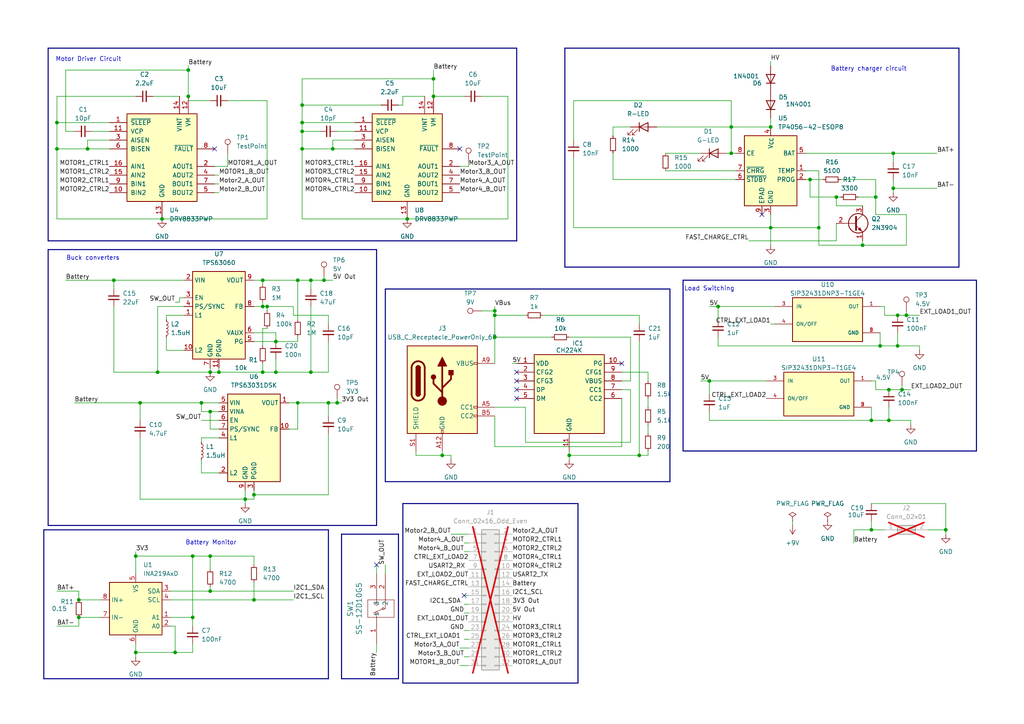
<source format=kicad_sch>
(kicad_sch (version 20250114) (generator "eeschema") (generator_version "9.0")
  (paper "A4")
  (title_block (title "V1") (company "UNIVERSITY OF CAPE TOWN ") (comment 1 "TSWLIL003") (comment 2 "VHDMUH004") (comment 3 "GROUP 33"))
  (text "Load Switching\n" (at 205.74 83.82 0) (effects (font (size 1.27 1.27))))
  (text "Buck converters \n" (at 27.432 74.93 0) (effects (font (size 1.27 1.27))))
  (text "Motor Driver Circuit\n" (at 25.654 17.272 0) (effects (font (size 1.27 1.27))))
  (text "Battery charger circuit\n" (at 251.968 20.066 0) (effects (font (size 1.27 1.27))))
  (text "Battery Monitor\n" (at 61.214 157.48 0) (effects (font (size 1.27 1.27))))
  (junction (at 76.2 81.28))
  (junction (at 55.88 161.29))
  (junction (at 60.96 107.95))
  (junction (at 237.49 66.04))
  (junction (at 16.51 35.56))
  (junction (at 242.57 57.15))
  (junction (at 87.63 35.56))
  (junction (at 16.51 43.18))
  (junction (at 259.08 54.61))
  (junction (at 252.73 153.67))
  (junction (at 45.72 107.95))
  (junction (at 55.88 179.07))
  (junction (at 80.01 99.06))
  (junction (at 274.32 153.67))
  (junction (at 128.27 132.08))
  (junction (at 25.4 43.18))
  (junction (at 96.52 43.18))
  (junction (at 63.5 107.95))
  (junction (at 143.51 90.17))
  (junction (at 257.81 121.92))
  (junction (at 223.52 36.83))
  (junction (at 260.35 91.44))
  (junction (at 87.63 30.48))
  (junction (at 212.09 44.45))
  (junction (at 118.11 63.5))
  (junction (at 71.12 144.78))
  (junction (at 185.42 132.08))
  (junction (at 60.96 161.29))
  (junction (at 46.99 63.5))
  (junction (at 76.2 107.95))
  (junction (at 50.8 189.23))
  (junction (at 54.61 27.94))
  (junction (at 234.95 52.07))
  (junction (at 143.51 91.44))
  (junction (at 165.1 132.08))
  (junction (at 77.47 88.9))
  (junction (at 76.2 88.9))
  (junction (at 97.79 116.84))
  (junction (at 39.37 161.29))
  (junction (at 58.42 116.84))
  (junction (at 255.27 100.33))
  (junction (at 250.19 71.12))
  (junction (at 252.73 121.92))
  (junction (at 60.96 171.45))
  (junction (at 22.86 179.07))
  (junction (at 80.01 107.95))
  (junction (at 93.98 81.28))
  (junction (at 90.17 107.95))
  (junction (at 33.02 81.28))
  (junction (at 73.66 173.99))
  (junction (at 40.64 116.84))
  (junction (at 54.61 20.32))
  (junction (at 60.96 119.38))
  (junction (at 73.66 143.51))
  (junction (at 208.28 88.9))
  (junction (at 261.62 113.03))
  (junction (at 260.35 100.33))
  (junction (at 87.63 38.1))
  (junction (at 95.25 116.84))
  (junction (at 39.37 189.23))
  (junction (at 257.81 113.03))
  (junction (at 86.36 116.84))
  (junction (at 125.73 27.94))
  (junction (at 125.73 22.86))
  (junction (at 223.52 66.04))
  (junction (at 90.17 81.28))
  (junction (at 205.74 110.49))
  (junction (at 87.63 43.18))
  (junction (at 259.08 44.45))
  (junction (at 86.36 81.28))
  (junction (at 22.86 173.99))
  (junction (at 143.51 97.79))
  (junction (at 262.89 91.44))
  (junction (at 254 57.15))
  (junction (at 212.09 36.83))
  (no_connect (at 149.86 113.03))
  (no_connect (at 134.62 172.72))
  (no_connect (at 149.86 110.49))
  (no_connect (at 62.23 43.18))
  (no_connect (at 133.35 43.18))
  (no_connect (at 109.22 163.83))
  (no_connect (at 149.86 115.57))
  (no_connect (at 180.34 105.41))
  (no_connect (at 220.98 62.23))
  (no_connect (at 149.86 107.95))
  (wire (pts (xy 66.04 29.21) (xy 77.47 29.21)))
  (wire (pts (xy 58.42 116.84) (xy 63.5 116.84)))
  (wire (pts (xy 208.28 97.79) (xy 208.28 100.33)))
  (wire (pts (xy 80.01 104.14) (xy 80.01 107.95)))
  (wire (pts (xy 21.59 116.84) (xy 40.64 116.84)))
  (bus (pts (xy 198.12 81.28) (xy 283.21 81.28)))
  (wire (pts (xy 93.98 81.28) (xy 96.52 81.28)))
  (wire (pts (xy 93.98 80.01) (xy 93.98 81.28)))
  (wire (pts (xy 87.63 38.1) (xy 87.63 43.18)))
  (wire (pts (xy 109.22 166.37) (xy 109.22 163.83)))
  (wire (pts (xy 60.96 106.68) (xy 60.96 107.95)))
  (wire (pts (xy 255.27 96.52) (xy 255.27 100.33)))
  (wire (pts (xy 90.17 88.9) (xy 90.17 107.95)))
  (bus (pts (xy 115.57 196.85) (xy 115.57 154.94)))
  (wire (pts (xy 177.8 52.07) (xy 213.36 52.07)))
  (wire (pts (xy 185.42 93.98) (xy 185.42 91.44)))
  (wire (pts (xy 96.52 40.64) (xy 96.52 43.18)))
  (wire (pts (xy 125.73 20.32) (xy 125.73 22.86)))
  (wire (pts (xy 25.4 43.18) (xy 16.51 43.18)))
  (wire (pts (xy 102.87 40.64) (xy 96.52 40.64)))
  (wire (pts (xy 16.51 27.94) (xy 16.51 35.56)))
  (wire (pts (xy 180.34 129.54) (xy 180.34 115.57)))
  (wire (pts (xy 76.2 95.25) (xy 76.2 100.33)))
  (wire (pts (xy 205.74 88.9) (xy 208.28 88.9)))
  (wire (pts (xy 16.51 35.56) (xy 16.51 43.18)))
  (bus (pts (xy 12.7 153.67) (xy 95.25 153.67)))
  (wire (pts (xy 66.04 48.26) (xy 62.23 48.26)))
  (wire (pts (xy 254 113.03) (xy 257.81 113.03)))
  (wire (pts (xy 143.51 118.11) (xy 152.4 118.11)))
  (wire (pts (xy 90.17 81.28) (xy 90.17 83.82)))
  (wire (pts (xy 152.4 118.11) (xy 152.4 128.27)))
  (wire (pts (xy 83.82 116.84) (xy 86.36 116.84)))
  (wire (pts (xy 185.42 91.44) (xy 157.48 91.44)))
  (wire (pts (xy 259.08 44.45) (xy 271.78 44.45)))
  (wire (pts (xy 205.74 114.3) (xy 205.74 110.49)))
  (wire (pts (xy 22.86 179.07) (xy 22.86 181.61)))
  (wire (pts (xy 182.88 36.83) (xy 177.8 36.83)))
  (wire (pts (xy 143.51 97.79) (xy 143.51 105.41)))
  (wire (pts (xy 54.61 29.21) (xy 54.61 27.94)))
  (wire (pts (xy 73.66 142.24) (xy 73.66 143.51)))
  (wire (pts (xy 21.59 38.1) (xy 19.05 38.1)))
  (wire (pts (xy 86.36 81.28) (xy 86.36 92.71)))
  (wire (pts (xy 73.66 173.99) (xy 49.53 173.99)))
  (wire (pts (xy 92.71 38.1) (xy 87.63 38.1)))
  (bus (pts (xy 283.21 81.28) (xy 283.21 130.81)))
  (wire (pts (xy 66.04 44.45) (xy 66.04 48.26)))
  (wire (pts (xy 134.62 185.42) (xy 135.89 185.42)))
  (wire (pts (xy 54.61 19.05) (xy 54.61 20.32)))
  (bus (pts (xy 111.76 139.7) (xy 194.31 139.7)))
  (wire (pts (xy 182.88 128.27) (xy 182.88 113.03)))
  (wire (pts (xy 259.08 54.61) (xy 271.78 54.61)))
  (wire (pts (xy 63.5 119.38) (xy 60.96 119.38)))
  (wire (pts (xy 60.96 161.29) (xy 60.96 165.1)))
  (wire (pts (xy 87.63 22.86) (xy 87.63 30.48)))
  (wire (pts (xy 261.62 113.03) (xy 264.16 113.03)))
  (wire (pts (xy 185.42 99.06) (xy 185.42 132.08)))
  (wire (pts (xy 77.47 88.9) (xy 85.09 88.9)))
  (wire (pts (xy 90.17 107.95) (xy 95.25 107.95)))
  (wire (pts (xy 52.07 86.36) (xy 53.34 86.36)))
  (wire (pts (xy 212.09 44.45) (xy 213.36 44.45)))
  (bus (pts (xy 149.86 13.97) (xy 13.97 13.97)))
  (wire (pts (xy 116.84 27.94) (xy 123.19 27.94)))
  (bus (pts (xy 116.84 198.12) (xy 116.84 146.05)))
  (wire (pts (xy 76.2 81.28) (xy 76.2 82.55)))
  (wire (pts (xy 252.73 146.05) (xy 274.32 146.05)))
  (wire (pts (xy 80.01 96.52) (xy 80.01 99.06)))
  (wire (pts (xy 143.51 91.44) (xy 152.4 91.44)))
  (wire (pts (xy 259.08 52.07) (xy 259.08 54.61)))
  (wire (pts (xy 73.66 81.28) (xy 76.2 81.28)))
  (wire (pts (xy 87.63 35.56) (xy 87.63 38.1)))
  (wire (pts (xy 31.75 35.56) (xy 16.51 35.56)))
  (wire (pts (xy 109.22 189.23) (xy 109.22 186.69)))
  (wire (pts (xy 212.09 36.83) (xy 212.09 44.45)))
  (wire (pts (xy 185.42 132.08) (xy 187.96 132.08)))
  (wire (pts (xy 44.45 27.94) (xy 52.07 27.94)))
  (wire (pts (xy 257.81 121.92) (xy 264.16 121.92)))
  (bus (pts (xy 99.06 196.85) (xy 115.57 196.85)))
  (bus (pts (xy 115.57 154.94) (xy 99.06 154.94)))
  (wire (pts (xy 86.36 124.46) (xy 86.36 116.84)))
  (wire (pts (xy 262.89 62.23) (xy 262.89 71.12)))
  (wire (pts (xy 212.09 36.83) (xy 223.52 36.83)))
  (wire (pts (xy 233.68 52.07) (xy 234.95 52.07)))
  (wire (pts (xy 87.63 30.48) (xy 110.49 30.48)))
  (wire (pts (xy 85.09 88.9) (xy 85.09 91.44)))
  (wire (pts (xy 147.32 63.5) (xy 118.11 63.5)))
  (wire (pts (xy 85.09 91.44) (xy 95.25 91.44)))
  (wire (pts (xy 152.4 128.27) (xy 182.88 128.27)))
  (wire (pts (xy 73.66 143.51) (xy 73.66 144.78)))
  (wire (pts (xy 262.89 91.44) (xy 266.7 91.44)))
  (wire (pts (xy 55.88 179.07) (xy 55.88 161.29)))
  (wire (pts (xy 255.27 100.33) (xy 260.35 100.33)))
  (wire (pts (xy 139.7 27.94) (xy 147.32 27.94)))
  (wire (pts (xy 39.37 161.29) (xy 39.37 166.37)))
  (wire (pts (xy 135.89 48.26) (xy 133.35 48.26)))
  (wire (pts (xy 33.02 81.28) (xy 33.02 83.82)))
  (wire (pts (xy 134.62 175.26) (xy 135.89 175.26)))
  (wire (pts (xy 134.62 172.72) (xy 135.89 172.72)))
  (wire (pts (xy 40.64 127) (xy 40.64 144.78)))
  (wire (pts (xy 269.24 153.67) (xy 274.32 153.67)))
  (wire (pts (xy 55.88 161.29) (xy 60.96 161.29)))
  (wire (pts (xy 55.88 186.69) (xy 55.88 189.23)))
  (wire (pts (xy 266.7 100.33) (xy 266.7 101.6)))
  (wire (pts (xy 128.27 132.08) (xy 120.65 132.08)))
  (wire (pts (xy 187.96 123.19) (xy 187.96 125.73)))
  (wire (pts (xy 111.76 163.83) (xy 111.76 166.37)))
  (wire (pts (xy 139.7 90.17) (xy 143.51 90.17)))
  (wire (pts (xy 71.12 144.78) (xy 71.12 146.05)))
  (wire (pts (xy 39.37 186.69) (xy 39.37 189.23)))
  (wire (pts (xy 118.11 63.5) (xy 87.63 63.5)))
  (wire (pts (xy 50.8 181.61) (xy 50.8 189.23)))
  (wire (pts (xy 274.32 153.67) (xy 274.32 154.94)))
  (wire (pts (xy 247.65 153.67) (xy 247.65 157.48)))
  (wire (pts (xy 223.52 62.23) (xy 223.52 66.04)))
  (bus (pts (xy 194.31 83.82) (xy 111.76 83.82)))
  (wire (pts (xy 40.64 116.84) (xy 40.64 121.92)))
  (bus (pts (xy 167.64 146.05) (xy 167.64 198.12)))
  (wire (pts (xy 134.62 177.8) (xy 135.89 177.8)))
  (wire (pts (xy 133.35 187.96) (xy 135.89 187.96)))
  (wire (pts (xy 223.52 93.98) (xy 224.79 93.98)))
  (wire (pts (xy 134.62 190.5) (xy 135.89 190.5)))
  (wire (pts (xy 46.99 63.5) (xy 16.51 63.5)))
  (wire (pts (xy 252.73 110.49) (xy 254 110.49)))
  (wire (pts (xy 252.73 118.11) (xy 252.73 121.92)))
  (wire (pts (xy 274.32 146.05) (xy 274.32 153.67)))
  (wire (pts (xy 208.28 92.71) (xy 208.28 88.9)))
  (wire (pts (xy 212.09 29.21) (xy 166.37 29.21)))
  (wire (pts (xy 63.5 55.88) (xy 62.23 55.88)))
  (wire (pts (xy 45.72 88.9) (xy 45.72 107.95)))
  (wire (pts (xy 77.47 29.21) (xy 77.47 63.5)))
  (wire (pts (xy 234.95 57.15) (xy 234.95 52.07)))
  (wire (pts (xy 177.8 44.45) (xy 177.8 52.07)))
  (wire (pts (xy 60.96 171.45) (xy 85.09 171.45)))
  (wire (pts (xy 165.1 97.79) (xy 182.88 97.79)))
  (wire (pts (xy 182.88 110.49) (xy 182.88 97.79)))
  (wire (pts (xy 165.1 132.08) (xy 165.1 133.35)))
  (wire (pts (xy 143.51 90.17) (xy 143.51 91.44)))
  (wire (pts (xy 165.1 132.08) (xy 185.42 132.08)))
  (wire (pts (xy 133.35 193.04) (xy 135.89 193.04)))
  (wire (pts (xy 166.37 66.04) (xy 223.52 66.04)))
  (wire (pts (xy 259.08 54.61) (xy 259.08 55.88)))
  (wire (pts (xy 187.96 115.57) (xy 187.96 118.11)))
  (wire (pts (xy 262.89 62.23) (xy 254 62.23)))
  (wire (pts (xy 125.73 22.86) (xy 125.73 27.94)))
  (wire (pts (xy 205.74 119.38) (xy 205.74 121.92)))
  (wire (pts (xy 95.25 143.51) (xy 73.66 143.51)))
  (wire (pts (xy 180.34 107.95) (xy 187.96 107.95)))
  (wire (pts (xy 242.57 59.69) (xy 250.19 59.69)))
  (wire (pts (xy 116.84 30.48) (xy 116.84 27.94)))
  (wire (pts (xy 39.37 161.29) (xy 55.88 161.29)))
  (wire (pts (xy 256.54 91.44) (xy 260.35 91.44)))
  (bus (pts (xy 13.97 72.39) (xy 109.22 72.39)))
  (bus (pts (xy 278.13 13.97) (xy 278.13 77.47)))
  (wire (pts (xy 203.2 110.49) (xy 205.74 110.49)))
  (wire (pts (xy 54.61 29.21) (xy 60.96 29.21)))
  (wire (pts (xy 63.5 106.68) (xy 63.5 107.95)))
  (wire (pts (xy 120.65 130.81) (xy 120.65 132.08)))
  (wire (pts (xy 143.51 129.54) (xy 180.34 129.54)))
  (wire (pts (xy 16.51 171.45) (xy 22.86 171.45)))
  (wire (pts (xy 242.57 64.77) (xy 242.57 69.85)))
  (wire (pts (xy 73.66 96.52) (xy 80.01 96.52)))
  (wire (pts (xy 233.68 44.45) (xy 259.08 44.45)))
  (wire (pts (xy 134.62 157.48) (xy 135.89 157.48)))
  (wire (pts (xy 40.64 144.78) (xy 71.12 144.78)))
  (wire (pts (xy 71.12 142.24) (xy 71.12 144.78)))
  (wire (pts (xy 143.51 97.79) (xy 160.02 97.79)))
  (wire (pts (xy 63.5 137.16) (xy 58.42 137.16)))
  (wire (pts (xy 237.49 66.04) (xy 223.52 66.04)))
  (wire (pts (xy 54.61 20.32) (xy 54.61 27.94)))
  (wire (pts (xy 260.35 96.52) (xy 260.35 100.33)))
  (wire (pts (xy 243.84 57.15) (xy 242.57 57.15)))
  (wire (pts (xy 205.74 110.49) (xy 222.25 110.49)))
  (wire (pts (xy 187.96 107.95) (xy 187.96 110.49)))
  (bus (pts (xy 111.76 83.82) (xy 111.76 139.7)))
  (wire (pts (xy 193.04 49.53) (xy 213.36 49.53)))
  (wire (pts (xy 95.25 116.84) (xy 95.25 120.65)))
  (wire (pts (xy 248.92 57.15) (xy 254 57.15)))
  (wire (pts (xy 260.35 91.44) (xy 262.89 91.44)))
  (wire (pts (xy 102.87 43.18) (xy 96.52 43.18)))
  (wire (pts (xy 229.87 152.4) (xy 229.87 151.13)))
  (wire (pts (xy 87.63 22.86) (xy 125.73 22.86)))
  (wire (pts (xy 52.07 87.63) (xy 52.07 86.36)))
  (wire (pts (xy 60.96 161.29) (xy 73.66 161.29)))
  (bus (pts (xy 109.22 152.4) (xy 13.97 152.4)))
  (wire (pts (xy 250.19 71.12) (xy 262.89 71.12)))
  (wire (pts (xy 259.08 44.45) (xy 259.08 46.99)))
  (wire (pts (xy 212.09 36.83) (xy 212.09 29.21)))
  (bus (pts (xy 99.06 154.94) (xy 99.06 196.85)))
  (wire (pts (xy 19.05 81.28) (xy 33.02 81.28)))
  (wire (pts (xy 130.81 154.94) (xy 135.89 154.94)))
  (wire (pts (xy 31.75 40.64) (xy 25.4 40.64)))
  (wire (pts (xy 63.5 50.8) (xy 62.23 50.8)))
  (wire (pts (xy 243.84 52.07) (xy 254 52.07)))
  (wire (pts (xy 50.8 189.23) (xy 55.88 189.23)))
  (wire (pts (xy 130.81 132.08) (xy 128.27 132.08)))
  (bus (pts (xy 163.83 13.97) (xy 278.13 13.97)))
  (bus (pts (xy 149.86 13.97) (xy 149.86 69.85)))
  (bus (pts (xy 95.25 153.67) (xy 95.25 196.85)))
  (wire (pts (xy 234.95 52.07) (xy 238.76 52.07)))
  (wire (pts (xy 257.81 113.03) (xy 261.62 113.03)))
  (wire (pts (xy 16.51 181.61) (xy 22.86 181.61)))
  (wire (pts (xy 102.87 38.1) (xy 97.79 38.1)))
  (wire (pts (xy 134.62 160.02) (xy 135.89 160.02)))
  (wire (pts (xy 19.05 20.32) (xy 54.61 20.32)))
  (wire (pts (xy 86.36 81.28) (xy 90.17 81.28)))
  (wire (pts (xy 237.49 49.53) (xy 237.49 66.04)))
  (wire (pts (xy 182.88 113.03) (xy 180.34 113.03)))
  (bus (pts (xy 116.84 146.05) (xy 167.64 146.05)))
  (wire (pts (xy 73.66 99.06) (xy 80.01 99.06)))
  (wire (pts (xy 242.57 57.15) (xy 234.95 57.15)))
  (wire (pts (xy 256.54 88.9) (xy 256.54 91.44)))
  (wire (pts (xy 208.28 88.9) (xy 224.79 88.9)))
  (wire (pts (xy 87.63 30.48) (xy 87.63 35.56)))
  (wire (pts (xy 95.25 91.44) (xy 95.25 93.98)))
  (wire (pts (xy 254 62.23) (xy 254 57.15)))
  (wire (pts (xy 77.47 88.9) (xy 77.47 90.17)))
  (bus (pts (xy 13.97 69.85) (xy 149.86 69.85)))
  (wire (pts (xy 73.66 161.29) (xy 73.66 163.83)))
  (wire (pts (xy 45.72 107.95) (xy 60.96 107.95)))
  (wire (pts (xy 73.66 144.78) (xy 71.12 144.78)))
  (wire (pts (xy 252.73 153.67) (xy 247.65 153.67)))
  (wire (pts (xy 16.51 43.18) (xy 16.51 63.5)))
  (wire (pts (xy 128.27 130.81) (xy 128.27 132.08)))
  (bus (pts (xy 13.97 152.4) (xy 13.97 72.39)))
  (wire (pts (xy 58.42 127) (xy 58.42 128.27)))
  (wire (pts (xy 193.04 44.45) (xy 203.2 44.45)))
  (wire (pts (xy 48.26 101.6) (xy 48.26 97.79)))
  (wire (pts (xy 73.66 88.9) (xy 76.2 88.9)))
  (wire (pts (xy 180.34 110.49) (xy 182.88 110.49)))
  (wire (pts (xy 223.52 66.04) (xy 223.52 71.12)))
  (wire (pts (xy 40.64 116.84) (xy 58.42 116.84)))
  (wire (pts (xy 148.59 105.41) (xy 149.86 105.41)))
  (wire (pts (xy 130.81 132.08) (xy 130.81 133.35)))
  (wire (pts (xy 76.2 81.28) (xy 86.36 81.28)))
  (wire (pts (xy 39.37 190.5) (xy 39.37 189.23)))
  (wire (pts (xy 252.73 151.13) (xy 252.73 153.67)))
  (wire (pts (xy 147.32 27.94) (xy 147.32 63.5)))
  (wire (pts (xy 80.01 99.06) (xy 86.36 99.06)))
  (bus (pts (xy 278.13 77.47) (xy 163.83 77.47)))
  (wire (pts (xy 49.53 181.61) (xy 50.8 181.61)))
  (wire (pts (xy 134.62 182.88) (xy 135.89 182.88)))
  (bus (pts (xy 13.97 13.97) (xy 13.97 69.85)))
  (wire (pts (xy 233.68 49.53) (xy 237.49 49.53)))
  (wire (pts (xy 80.01 107.95) (xy 90.17 107.95)))
  (wire (pts (xy 60.96 107.95) (xy 63.5 107.95)))
  (wire (pts (xy 143.51 88.9) (xy 143.51 90.17)))
  (bus (pts (xy 109.22 72.39) (xy 109.22 152.4)))
  (bus (pts (xy 194.31 139.7) (xy 194.31 83.82)))
  (wire (pts (xy 217.17 69.85) (xy 242.57 69.85)))
  (wire (pts (xy 83.82 124.46) (xy 86.36 124.46)))
  (wire (pts (xy 102.87 35.56) (xy 87.63 35.56)))
  (wire (pts (xy 60.96 124.46) (xy 60.96 119.38)))
  (wire (pts (xy 261.62 111.76) (xy 261.62 113.03)))
  (wire (pts (xy 254 52.07) (xy 254 57.15)))
  (wire (pts (xy 58.42 119.38) (xy 58.42 116.84)))
  (wire (pts (xy 63.5 121.92) (xy 58.42 121.92)))
  (wire (pts (xy 19.05 20.32) (xy 19.05 38.1)))
  (wire (pts (xy 63.5 127) (xy 58.42 127)))
  (wire (pts (xy 97.79 116.84) (xy 99.06 116.84)))
  (wire (pts (xy 63.5 53.34) (xy 62.23 53.34)))
  (wire (pts (xy 252.73 153.67) (xy 256.54 153.67)))
  (wire (pts (xy 262.89 90.17) (xy 262.89 91.44)))
  (wire (pts (xy 73.66 168.91) (xy 73.66 173.99)))
  (wire (pts (xy 76.2 107.95) (xy 80.01 107.95)))
  (wire (pts (xy 166.37 45.72) (xy 166.37 66.04)))
  (wire (pts (xy 60.96 119.38) (xy 58.42 119.38)))
  (wire (pts (xy 250.19 69.85) (xy 250.19 71.12)))
  (wire (pts (xy 60.96 170.18) (xy 60.96 171.45)))
  (wire (pts (xy 76.2 95.25) (xy 77.47 95.25)))
  (wire (pts (xy 135.89 46.99) (xy 135.89 48.26)))
  (wire (pts (xy 53.34 91.44) (xy 48.26 91.44)))
  (wire (pts (xy 210.82 44.45) (xy 212.09 44.45)))
  (wire (pts (xy 264.16 121.92) (xy 264.16 123.19)))
  (wire (pts (xy 97.79 115.57) (xy 97.79 116.84)))
  (wire (pts (xy 143.51 120.65) (xy 143.51 129.54)))
  (bus (pts (xy 116.84 198.12) (xy 167.64 198.12)))
  (bus (pts (xy 95.25 196.85) (xy 12.7 196.85)))
  (wire (pts (xy 25.4 40.64) (xy 25.4 43.18)))
  (wire (pts (xy 86.36 97.79) (xy 86.36 99.06)))
  (wire (pts (xy 237.49 71.12) (xy 237.49 66.04)))
  (wire (pts (xy 255.27 88.9) (xy 256.54 88.9)))
  (wire (pts (xy 254 110.49) (xy 254 113.03)))
  (wire (pts (xy 250.19 71.12) (xy 237.49 71.12)))
  (wire (pts (xy 50.8 87.63) (xy 52.07 87.63)))
  (wire (pts (xy 95.25 125.73) (xy 95.25 143.51)))
  (wire (pts (xy 95.25 99.06) (xy 95.25 107.95)))
  (wire (pts (xy 205.74 121.92) (xy 252.73 121.92)))
  (wire (pts (xy 73.66 173.99) (xy 85.09 173.99)))
  (wire (pts (xy 90.17 81.28) (xy 93.98 81.28)))
  (bus (pts (xy 283.21 130.81) (xy 198.12 130.81)))
  (wire (pts (xy 190.5 36.83) (xy 212.09 36.83)))
  (wire (pts (xy 260.35 100.33) (xy 266.7 100.33)))
  (wire (pts (xy 53.34 101.6) (xy 48.26 101.6)))
  (wire (pts (xy 257.81 118.11) (xy 257.81 121.92)))
  (wire (pts (xy 165.1 130.81) (xy 165.1 132.08)))
  (wire (pts (xy 77.47 63.5) (xy 46.99 63.5)))
  (wire (pts (xy 39.37 189.23) (xy 50.8 189.23)))
  (wire (pts (xy 31.75 43.18) (xy 25.4 43.18)))
  (wire (pts (xy 143.51 91.44) (xy 143.51 97.79)))
  (wire (pts (xy 96.52 43.18) (xy 87.63 43.18)))
  (wire (pts (xy 76.2 105.41) (xy 76.2 107.95)))
  (wire (pts (xy 58.42 137.16) (xy 58.42 133.35)))
  (wire (pts (xy 33.02 107.95) (xy 45.72 107.95)))
  (wire (pts (xy 223.52 17.78) (xy 223.52 19.05)))
  (wire (pts (xy 177.8 36.83) (xy 177.8 39.37)))
  (wire (pts (xy 48.26 91.44) (xy 48.26 92.71)))
  (wire (pts (xy 166.37 29.21) (xy 166.37 40.64)))
  (wire (pts (xy 55.88 179.07) (xy 49.53 179.07)))
  (wire (pts (xy 252.73 121.92) (xy 257.81 121.92)))
  (bus (pts (xy 12.7 196.85) (xy 12.7 153.67)))
  (wire (pts (xy 86.36 116.84) (xy 95.25 116.84)))
  (wire (pts (xy 76.2 88.9) (xy 77.47 88.9)))
  (wire (pts (xy 115.57 30.48) (xy 116.84 30.48)))
  (bus (pts (xy 163.83 13.97) (xy 163.83 77.47)))
  (wire (pts (xy 31.75 38.1) (xy 26.67 38.1)))
  (wire (pts (xy 16.51 27.94) (xy 39.37 27.94)))
  (wire (pts (xy 60.96 171.45) (xy 49.53 171.45)))
  (wire (pts (xy 22.86 179.07) (xy 29.21 179.07)))
  (bus (pts (xy 198.12 130.81) (xy 198.12 81.28)))
  (wire (pts (xy 33.02 88.9) (xy 33.02 107.95)))
  (wire (pts (xy 55.88 181.61) (xy 55.88 179.07)))
  (wire (pts (xy 22.86 173.99) (xy 22.86 171.45)))
  (wire (pts (xy 95.25 116.84) (xy 97.79 116.84)))
  (wire (pts (xy 63.5 124.46) (xy 60.96 124.46)))
  (wire (pts (xy 187.96 130.81) (xy 187.96 132.08)))
  (wire (pts (xy 33.02 81.28) (xy 53.34 81.28)))
  (wire (pts (xy 125.73 27.94) (xy 134.62 27.94)))
  (wire (pts (xy 22.86 173.99) (xy 29.21 173.99)))
  (wire (pts (xy 242.57 57.15) (xy 242.57 59.69)))
  (wire (pts (xy 39.37 160.02) (xy 39.37 161.29)))
  (wire (pts (xy 53.34 88.9) (xy 45.72 88.9)))
  (wire (pts (xy 223.52 34.29) (xy 223.52 36.83)))
  (wire (pts (xy 63.5 107.95) (xy 76.2 107.95)))
  (wire (pts (xy 76.2 87.63) (xy 76.2 88.9)))
  (wire (pts (xy 208.28 100.33) (xy 255.27 100.33)))
  (wire (pts (xy 87.63 43.18) (xy 87.63 63.5)))
  (label "EXT_LOAD1_OUT" (at 266.7 91.44 0))
  (label "MOTOR1_B_OUT" (at 63.5 50.8 0))
  (label "FAST_CHARGE_CTRL" (at 135.89 170.18 180))
  (label "BAT+" (at 271.78 44.45 0))
  (label "MOTOR4_CTRL2" (at 148.59 165.1 0))
  (label "MOTOR4_CTRL2" (at 102.87 55.88 180))
  (label "MOTOR1_B_OUT" (at 133.35 193.04 180))
  (label "CTRL_EXT_LOAD1" (at 223.52 93.98 180))
  (label "HV" (at 223.52 17.78 0))
  (label "5V" (at 205.74 88.9 0))
  (label "VBus" (at 143.51 88.9 0))
  (label "Motor3_A_OUT" (at 133.35 187.96 180))
  (label "3V3 Out" (at 148.59 175.26 0))
  (label "GND" (at 134.62 177.8 180))
  (label "Battery" (at 109.22 189.23 270))
  (label "CTRL_EXT_LOAD2" (at 222.25 115.57 180))
  (label "MOTOR1_CTRL1" (at 31.75 48.26 180))
  (label "BAT-" (at 16.51 181.61 0))
  (label "BAT+" (at 16.51 171.45 0))
  (label "HV" (at 148.59 180.34 0))
  (label "5V Out" (at 96.52 81.28 0))
  (label "CTRL_EXT_LOAD2" (at 135.89 162.56 180))
  (label "I2C1_SCL " (at 148.59 172.72 0))
  (label "I2C1_SCL" (at 85.09 173.99 0))
  (label "MOTOR3_CTRL1" (at 102.87 48.26 180))
  (label "Battery" (at 125.73 20.32 0))
  (label "Battery" (at 247.65 157.48 0))
  (label "3V3 Out" (at 99.06 116.84 0))
  (label "Motor3_B_OUT" (at 134.62 190.5 180))
  (label "CTRL_EXT_LOAD1 " (at 134.62 185.42 180))
  (label "5V Out" (at 148.59 177.8 0))
  (label "SW_OUT" (at 50.8 87.63 180))
  (label "SW_OUT" (at 111.76 163.83 90))
  (label "5V" (at 148.59 105.41 0))
  (label "I2C1_SDA" (at 85.09 171.45 0))
  (label "MOTOR1_CTRL1" (at 148.59 187.96 0))
  (label "Motor2_A_OUT" (at 63.5 53.34 0))
  (label "SW_OUT" (at 58.42 121.92 180))
  (label "5V" (at 203.2 110.49 0))
  (label "Battery" (at 54.61 19.05 0))
  (label "I2C1_SDA " (at 134.62 175.26 180))
  (label "MOTOR2_CTRL2" (at 148.59 160.02 0))
  (label "EXT_LOAD1_OUT" (at 135.89 180.34 180))
  (label "Motor4_B_OUT" (at 134.62 160.02 180))
  (label "MOTOR3_CTRL2" (at 102.87 50.8 180))
  (label "MOTOR2_CTRL1" (at 148.59 157.48 0))
  (label "GND" (at 134.62 182.88 180))
  (label "Battery" (at 148.59 170.18 0))
  (label "MOTOR1_CTRL2" (at 31.75 50.8 180))
  (label "Motor3_A_OUT" (at 135.89 48.26 0))
  (label "MOTOR2_CTRL1" (at 31.75 53.34 180))
  (label "MOTOR1_A_OUT" (at 148.59 193.04 0))
  (label "Motor4_A_OUT" (at 134.62 157.48 180))
  (label "MOTOR4_CTRL1" (at 102.87 53.34 180))
  (label "MOTOR4_CTRL1" (at 148.59 162.56 0))
  (label "USART2_TX " (at 148.59 167.64 0))
  (label "MOTOR2_CTRL2" (at 31.75 55.88 180))
  (label "EXT_LOAD2_OUT" (at 264.16 113.03 0))
  (label "EXT_LOAD2_OUT" (at 135.89 167.64 180))
  (label "MOTOR3_CTRL1" (at 148.59 182.88 0))
  (label "Motor4_A_OUT" (at 133.35 53.34 0))
  (label "Motor4_B_OUT" (at 133.35 55.88 0))
  (label "BAT-" (at 271.78 54.61 0))
  (label "Motor2_B_OUT" (at 130.81 154.94 180))
  (label "MOTOR3_CTRL2" (at 148.59 185.42 0))
  (label "FAST_CHARGE_CTRL" (at 217.17 69.85 180))
  (label "USART2_RX " (at 135.89 165.1 180))
  (label "Battery" (at 21.59 116.84 0))
  (label "Motor2_A_OUT" (at 148.59 154.94 0))
  (label "Motor2_B_OUT" (at 63.5 55.88 0))
  (label "3V3" (at 39.37 160.02 0))
  (label "Motor3_B_OUT" (at 133.35 50.8 0))
  (label "MOTOR1_A_OUT" (at 66.04 48.26 0))
  (label "MOTOR1_CTRL2" (at 148.59 190.5 0))
  (label "Battery" (at 19.05 81.28 0))
  (symbol (lib_id "Regulator_Switching:TPS63060") (at 63.5 91.44 0) (unit 1)
    (property "Reference" "U7" (at 63.5 73.66 0))
    (property "Value" "TPS63060" (at 63.5 76.2 0))
    (property "Footprint" "Package_SON:Texas_S-PWSON-N10" (effects (hide yes)))
    (property "Datasheet" "http://www.ti.com/lit/ds/symlink/tps63060.pdf" (effects (hide yes)))
    (property "Description" "Buck-Boost Converter, 2.5-12V Input Voltage, 2-A Switch Current, Adjustable 2.5-8V Output Voltage, S-PWSON-N10" (effects (hide yes)))
    (property "LCSC" "C48567" (effects (hide yes)))
  )
  (symbol (lib_id "Device:R_Small") (at 162.56 97.79 90) (unit 1)
    (property "Reference" "R6" (at 162.56 92.71 90))
    (property "Value" "10k" (at 162.56 95.25 90))
    (property "Footprint" "Resistor_SMD:R_0805_2012Metric_Pad1.20x1.40mm_HandSolder" (effects (hide yes)))
    (property "Description" "Resistor, small symbol" (effects (hide yes)))
  )
  (symbol (lib_id "Device:C_Small") (at 95.25 96.52 0) (unit 1)
    (property "Reference" "C16" (at 97.79 95.2562 0) (effects (justify left)))
    (property "Value" "10pF" (at 97.79 97.7962 0) (effects (justify left)))
    (property "Footprint" "Capacitor_SMD:C_0603_1608Metric_Pad1.08x0.95mm_HandSolder" (effects (hide yes)))
    (property "Description" "Unpolarized capacitor, small symbol" (effects (hide yes)))
    (property "LCSC" "C1634" (effects (hide yes)))
  )
  (symbol (lib_id "Device:R_Small") (at 154.94 91.44 90) (unit 1)
    (property "Reference" "R7" (at 154.94 86.36 90))
    (property "Value" "1k" (at 154.94 88.9 90))
    (property "Footprint" "Resistor_SMD:R_1206_3216Metric_Pad1.30x1.75mm_HandSolder" (effects (hide yes)))
    (property "Description" "Resistor, small symbol" (effects (hide yes)))
    (property "LCSC" "C4410" (effects (hide yes)))
  )
  (symbol (lib_id "power:GND") (at 130.81 133.35 0) (unit 1)
    (property "Reference" "#PWR01" (effects (hide yes)))
    (property "Value" "GND" (at 130.81 138.43 0))
    (property "Description" "Power symbol creates a global label with name \"GND\" , ground" (effects (hide yes)))
  )
  (symbol (lib_id "power:GND") (at 118.11 63.5 0) (unit 1)
    (property "Reference" "#PWR06" (effects (hide yes)))
    (property "Value" "GND" (at 118.11 68.58 0))
    (property "Description" "Power symbol creates a global label with name \"GND\" , ground" (effects (hide yes)))
  )
  (symbol (lib_id "power:GND") (at 264.16 123.19 0) (unit 1)
    (property "Reference" "#PWR08" (effects (hide yes)))
    (property "Value" "GND" (at 264.16 128.27 0))
    (property "Description" "Power symbol creates a global label with name \"GND\" , ground" (effects (hide yes)))
  )
  (symbol (lib_id "Driver_Motor:DRV8833PWP") (at 118.11 45.72 0) (unit 1)
    (property "Reference" "U8" (at 120.2533 60.96 0) (effects (justify left)))
    (property "Value" "DRV8833PWP" (at 120.2533 63.5 0) (effects (justify left)))
    (property "Footprint" "Package_SO:TSSOP-16-1EP_4.4x5mm_P0.65mm_EP3x3mm" (effects (hide yes)))
    (property "Datasheet" "http://www.ti.com/lit/ds/symlink/drv8833.pdf" (effects (hide yes)))
    (property "Description" "Dual H-Bridge Motor Driver, HTSSOP-16" (effects (hide yes)))
    (property "LCSC" "C50506" (effects (hide yes)))
  )
  (symbol (lib_id "Device:R_Small") (at 73.66 166.37 0) (unit 1)
    (property "Reference" "R13" (at 76.2 165.0999 0) (effects (justify left)))
    (property "Value" "4700" (at 76.2 167.6399 0) (effects (justify left)))
    (property "Footprint" "Capacitor_SMD:C_0805_2012Metric_Pad1.18x1.45mm_HandSolder" (effects (hide yes)))
    (property "Description" "Resistor, small symbol" (effects (hide yes)))
    (property "LCSC" "C17673" (effects (hide yes)))
  )
  (symbol (lib_id "power:GND") (at 274.32 154.94 0) (unit 1)
    (property "Reference" "#PWR012" (effects (hide yes)))
    (property "Value" "GND" (at 274.32 160.02 0))
    (property "Description" "Power symbol creates a global label with name \"GND\" , ground" (effects (hide yes)))
  )
  (symbol (lib_id "SIP32431DNP3-T1GE4:SIP32431DNP3-T1GE4") (at 237.49 113.03 0) (unit 1)
    (property "Reference" "U11" (at 237.49 104.14 0))
    (property "Value" "SIP32431DNP3-T1GE4" (at 237.49 106.68 0))
    (property "Footprint" "LibraryEEE3088F:SON50P120X160X60-5N" (effects (hide yes)))
    (property "MF" "Vishay Siliconix" (effects (hide yes)))
    (property "MAXIMUM_PACKAGE_HEIGHT" "0.6mm" (effects (hide yes)))
    (property "Package" "UFDFN-4 Vishay Siliconix" (effects (hide yes)))
    (property "Price" "None" (effects (hide yes)))
    (property "Check_prices" "https://www.snapeda.com/parts/SIP32431DNP3-T1GE4/Vishay/view-part/?ref=eda" (effects (hide yes)))
    (property "STANDARD" "IPC-7351B" (effects (hide yes)))
    (property "PARTREV" "Rev F" (effects (hide yes)))
    (property "SnapEDA_Link" "https://www.snapeda.com/parts/SIP32431DNP3-T1GE4/Vishay/view-part/?ref=snap" (effects (hide yes)))
    (property "MP" "SIP32431DNP3-T1GE4" (effects (hide yes)))
    (property "Description_1" "Power Switch/Driver 1:1 P-Channel 1.4A 4-TDFN (1.2x1.6)" (effects (hide yes)))
    (property "Availability" "In Stock" (effects (hide yes)))
    (property "MANUFACTURER" "Vishay Siliconix" (effects (hide yes)))
    (property "LCSC" "C727398" (effects (hide yes)))
  )
  (symbol (lib_id "Device:L_Small") (at 58.42 130.81 0) (unit 1)
    (property "Reference" "L1" (at 59.69 129.5399 0) (effects (justify left)))
    (property "Value" "1.5uH" (at 59.69 132.0799 0) (effects (justify left)))
    (property "Footprint" "Inductor_SMD:L_0402_1005Metric_Pad0.77x0.64mm_HandSolder" (effects (hide yes)))
    (property "Description" "Inductor, small symbol" (effects (hide yes)))
    (property "LCSC" "C84470" (effects (hide yes)))
  )
  (symbol (lib_id "CH224K:CH224K") (at 149.86 105.41 0) (unit 1)
    (property "Reference" "IC1" (at 167.64 99.568 0))
    (property "Value" "CH224K" (at 165.1 101.6 0))
    (property "Footprint" "LibraryEEE3088F:SOP100P600X180-11N" (effects (hide yes)))
    (property "Datasheet" "https://datasheet.lcsc.com/lcsc/2204251615_WCH-Jiangsu-Qin-Heng-CH224K_C970725.pdf" (effects (hide yes)))
    (property "Description" "ESSOP-10 USB ICs ROHS" (effects (hide yes)))
    (property "Height" "1.8" (effects (hide yes)))
    (property "Manufacturer_Name" "WCH" (effects (hide yes)))
    (property "Manufacturer_Part_Number" "CH224K" (effects (hide yes)))
    (property "LCSC" "C970725" (effects (hide yes)))
  )
  (symbol (lib_id "Device:C_Small") (at 63.5 29.21 90) (unit 1)
    (property "Reference" "C3" (at 63.5063 22.86 90))
    (property "Value" "10uF" (at 63.5063 25.4 90))
    (property "Footprint" "Capacitor_Tantalum_SMD:CP_EIA-3216-18_Kemet-A_Pad1.58x1.35mm_HandSolder" (effects (hide yes)))
    (property "Description" "Unpolarized capacitor, small symbol" (effects (hide yes)))
    (property "LCSC" "C7171" (effects (hide yes)))
  )
  (symbol (lib_id "Device:C_Small") (at 185.42 96.52 0) (unit 1)
    (property "Reference" "C21" (at 187.96 95.2562 0) (effects (justify left)))
    (property "Value" "1uF" (at 187.96 97.7962 0) (effects (justify left)))
    (property "Footprint" "Capacitor_SMD:C_1206_3216Metric_Pad1.33x1.80mm_HandSolder" (effects (hide yes)))
    (property "Description" "Unpolarized capacitor, small symbol" (effects (hide yes)))
  )
  (symbol (lib_id "Device:R_Small") (at 76.2 102.87 0) (unit 1)
    (property "Reference" "R1" (at 72.136 104.394 0) (effects (justify left)))
    (property "Value" "10k" (at 68.072 106.68 0) (effects (justify left)))
    (property "Footprint" "Resistor_SMD:R_0805_2012Metric_Pad1.20x1.40mm_HandSolder" (effects (hide yes)))
    (property "Description" "Resistor, small symbol" (effects (hide yes)))
    (property "LCSC" "C17414" (effects (hide yes)))
  )
  (symbol (lib_id "Device:C_Small") (at 257.81 115.57 0) (unit 1)
    (property "Reference" "C14" (at 260.35 114.3062 0) (effects (justify left)))
    (property "Value" "100nF" (at 260.35 116.8462 0) (effects (justify left)))
    (property "Footprint" "Capacitor_SMD:C_0402_1005Metric_Pad0.74x0.62mm_HandSolder" (effects (hide yes)))
    (property "Description" "Unpolarized capacitor, small symbol" (effects (hide yes)))
    (property "LCSC" "C1525" (effects (hide yes)))
  )
  (symbol (lib_id "Device:C_Small") (at 260.35 93.98 0) (unit 1)
    (property "Reference" "C11" (at 262.89 92.7162 0) (effects (justify left)))
    (property "Value" "100nF" (at 262.89 95.2562 0) (effects (justify left)))
    (property "Footprint" "Capacitor_SMD:C_0402_1005Metric_Pad0.74x0.62mm_HandSolder" (effects (hide yes)))
    (property "Description" "Unpolarized capacitor, small symbol" (effects (hide yes)))
    (property "LCSC" "C1525" (effects (hide yes)))
  )
  (symbol (lib_id "Device:C_Small") (at 205.74 116.84 0) (unit 1)
    (property "Reference" "C13" (at 208.28 115.5762 0) (effects (justify left)))
    (property "Value" "1uF" (at 208.28 118.1162 0) (effects (justify left)))
    (property "Footprint" "Capacitor_SMD:C_1206_3216Metric_Pad1.33x1.80mm_HandSolder" (effects (hide yes)))
    (property "Description" "Unpolarized capacitor, small symbol" (effects (hide yes)))
    (property "LCSC" "C1848" (effects (hide yes)))
  )
  (symbol (lib_id "Connector:TestPoint") (at 93.98 80.01 0) (unit 1)
    (property "Reference" "TP6" (at 96.52 75.4379 0) (effects (justify left)))
    (property "Value" "5V" (at 96.52 77.9779 0) (effects (justify left)))
    (property "Footprint" "TestPoint:TestPoint_Pad_2.5x2.5mm" (effects (hide yes)))
    (property "Description" "test point" (effects (hide yes)))
  )
  (symbol (lib_id "Transistor_BJT:2N3904") (at 247.65 64.77 0) (unit 1)
    (property "Reference" "Q2" (at 252.73 63.4999 0) (effects (justify left)))
    (property "Value" "2N3904" (at 252.73 66.0399 0) (effects (justify left)))
    (property "Footprint" "Package_TO_SOT_SMD:SOT-23" (effects (hide yes)))
    (property "Datasheet" "https://www.onsemi.com/pub/Collateral/2N3903-D.PDF" (effects (hide yes)))
    (property "Description" "0.2A Ic, 40V Vce, Small Signal NPN Transistor, TO-92" (effects (hide yes)))
    (property "LCSC" "C18536" (effects (hide yes)))
  )
  (symbol (lib_id "power:GND") (at 259.08 55.88 0) (unit 1)
    (property "Reference" "#PWR015" (effects (hide yes)))
    (property "Value" "GND" (at 259.08 60.96 0))
    (property "Description" "Power symbol creates a global label with name \"GND\" , ground" (effects (hide yes)))
  )
  (symbol (lib_id "SIP32431DNP3-T1GE4:SIP32431DNP3-T1GE4") (at 240.03 91.44 0) (unit 1)
    (property "Reference" "U10" (at 240.03 82.55 0))
    (property "Value" "SIP32431DNP3-T1GE4" (at 240.03 85.09 0))
    (property "Footprint" "LibraryEEE3088F:SON50P120X160X60-5N" (effects (hide yes)))
    (property "MF" "Vishay Siliconix" (effects (hide yes)))
    (property "MAXIMUM_PACKAGE_HEIGHT" "0.6mm" (effects (hide yes)))
    (property "Package" "UFDFN-4 Vishay Siliconix" (effects (hide yes)))
    (property "Price" "None" (effects (hide yes)))
    (property "Check_prices" "https://www.snapeda.com/parts/SIP32431DNP3-T1GE4/Vishay/view-part/?ref=eda" (effects (hide yes)))
    (property "STANDARD" "IPC-7351B" (effects (hide yes)))
    (property "PARTREV" "Rev F" (effects (hide yes)))
    (property "SnapEDA_Link" "https://www.snapeda.com/parts/SIP32431DNP3-T1GE4/Vishay/view-part/?ref=snap" (effects (hide yes)))
    (property "MP" "SIP32431DNP3-T1GE4" (effects (hide yes)))
    (property "Description_1" "Power Switch/Driver 1:1 P-Channel 1.4A 4-TDFN (1.2x1.6)" (effects (hide yes)))
    (property "Availability" "In Stock" (effects (hide yes)))
    (property "MANUFACTURER" "Vishay Siliconix" (effects (hide yes)))
    (property "LCSC" "C727398" (effects (hide yes)))
  )
  (symbol (lib_id "Regulator_Switching:TPS63031DSK") (at 73.66 127 0) (unit 1)
    (property "Reference" "U6" (at 73.66 109.22 0))
    (property "Value" "TPS63031DSK" (at 73.66 111.76 0))
    (property "Footprint" "Package_SON:WSON-10-1EP_2.5x2.5mm_P0.5mm_EP1.2x2mm" (effects (hide yes)))
    (property "Datasheet" "http://www.ti.com/lit/ds/symlink/tps63031.pdf" (effects (hide yes)))
    (property "Description" "Buck-Boost Converter, 1.8-5.5V Input Voltage, 1A Switch Current, 3.3V Output Voltage, VSON-10 (DSK0010A)" (effects (hide yes)))
    (property "LCSC" "C15516" (effects (hide yes)))
  )
  (symbol (lib_id "Device:R_Small") (at 86.36 95.25 0) (unit 1)
    (property "Reference" "R2" (at 88.9 93.9799 0) (effects (justify left)))
    (property "Value" "1M" (at 88.9 96.5199 0) (effects (justify left)))
    (property "Footprint" "Resistor_SMD:R_0805_2012Metric_Pad1.20x1.40mm_HandSolder" (effects (hide yes)))
    (property "Description" "Resistor, small symbol" (effects (hide yes)))
    (property "LCSC" "C17514" (effects (hide yes)))
  )
  (symbol (lib_id "power:GND") (at 240.03 151.13 0) (unit 1)
    (property "Reference" "#PWR011" (effects (hide yes)))
    (property "Value" "GND" (at 240.03 156.21 0))
    (property "Description" "Power symbol creates a global label with name \"GND\" , ground" (effects (hide yes)))
  )
  (symbol (lib_id "Sensor_Energy:INA219AxD") (at 39.37 176.53 0) (unit 1)
    (property "Reference" "U1" (at 41.5133 163.83 0) (effects (justify left)))
    (property "Value" "INA219AxD" (at 41.5133 166.37 0) (effects (justify left)))
    (property "Footprint" "Package_SO:SOIC-8_3.9x4.9mm_P1.27mm" (effects (hide yes)))
    (property "Datasheet" "http://www.ti.com/lit/ds/symlink/ina219.pdf" (effects (hide yes)))
    (property "Description" "Zero-Drift, Bidirectional Current/Power Monitor (0-26V) With I2C Interface, SOIC-8" (effects (hide yes)))
    (property "LCSC" "C87469" (effects (hide yes)))
  )
  (symbol (lib_id "power:GND") (at 223.52 71.12 0) (unit 1)
    (property "Reference" "#PWR09" (effects (hide yes)))
    (property "Value" "GND" (at 223.52 76.2 0))
    (property "Description" "Power symbol creates a global label with name \"GND\" , ground" (effects (hide yes)))
  )
  (symbol (lib_id "Connector:TestPoint") (at 139.7 90.17 90) (unit 1)
    (property "Reference" "TP7" (at 136.398 85.09 90))
    (property "Value" "9V" (at 136.398 87.63 90))
    (property "Footprint" "TestPoint:TestPoint_Pad_2.5x2.5mm" (effects (hide yes)))
    (property "Description" "test point" (effects (hide yes)))
  )
  (symbol (lib_id "power:GND") (at 39.37 190.5 0) (unit 1)
    (property "Reference" "#PWR02" (effects (hide yes)))
    (property "Value" "GND" (at 39.37 195.58 0))
    (property "Description" "Power symbol creates a global label with name \"GND\" , ground" (effects (hide yes)))
  )
  (symbol (lib_id "Device:C_Small") (at 166.37 43.18 0) (unit 1)
    (property "Reference" "C8" (at 168.91 41.9162 0) (effects (justify left)))
    (property "Value" "10nF" (at 168.91 44.4562 0) (effects (justify left)))
    (property "Footprint" "Capacitor_SMD:C_0805_2012Metric_Pad1.18x1.45mm_HandSolder" (effects (hide yes)))
    (property "Description" "Unpolarized capacitor, small symbol" (effects (hide yes)))
    (property "LCSC" "C1710" (effects (hide yes)))
  )
  (symbol (lib_id "power:GND") (at 46.99 63.5 0) (unit 1)
    (property "Reference" "#PWR07" (effects (hide yes)))
    (property "Value" "GND" (at 46.99 68.58 0))
    (property "Description" "Power symbol creates a global label with name \"GND\" , ground" (effects (hide yes)))
  )
  (symbol (lib_id "Driver_Motor:DRV8833PWP") (at 46.99 45.72 0) (unit 1)
    (property "Reference" "U4" (at 49.1333 60.96 0) (effects (justify left)))
    (property "Value" "DRV8833PWP" (at 49.1333 63.5 0) (effects (justify left)))
    (property "Footprint" "Package_SO:TSSOP-16-1EP_4.4x5mm_P0.65mm_EP3x3mm_ThermalVias" (effects (hide yes)))
    (property "Datasheet" "http://www.ti.com/lit/ds/symlink/drv8833.pdf" (effects (hide yes)))
    (property "Description" "Dual H-Bridge Motor Driver, HTSSOP-16" (effects (hide yes)))
    (property "LCSC" "C50506" (effects (hide yes)))
  )
  (symbol (lib_id "Device:R_Small") (at 193.04 46.99 0) (unit 1)
    (property "Reference" "R15" (at 195.58 45.7199 0) (effects (justify left)))
    (property "Value" "1000" (at 195.58 48.2599 0) (effects (justify left)))
    (property "Footprint" "Resistor_SMD:R_1206_3216Metric_Pad1.30x1.75mm_HandSolder" (effects (hide yes)))
    (property "Description" "Resistor, small symbol" (effects (hide yes)))
    (property "LCSC" "C4410" (effects (hide yes)))
  )
  (symbol (lib_id "Device:C_Small") (at 41.91 27.94 90) (unit 1)
    (property "Reference" "C2" (at 41.9163 21.59 90))
    (property "Value" "2.2uF" (at 41.9163 24.13 90))
    (property "Footprint" "Capacitor_SMD:C_0402_1005Metric_Pad0.74x0.62mm_HandSolder" (effects (hide yes)))
    (property "Description" "Unpolarized capacitor, small symbol" (effects (hide yes)))
    (property "LCSC" "C12530" (effects (hide yes)))
  )
  (symbol (lib_id "Device:C_Small") (at 252.73 148.59 0) (unit 1)
    (property "Reference" "C19" (at 246.634 147.32 0) (effects (justify left)))
    (property "Value" "10uF" (at 245.872 149.352 0) (effects (justify left)))
    (property "Footprint" "Capacitor_Tantalum_SMD:CP_EIA-3216-10_Kemet-I_Pad1.58x1.35mm_HandSolder" (effects (hide yes)))
    (property "Description" "Unpolarized capacitor, small symbol" (effects (hide yes)))
    (property "LCSC" "C149670" (effects (hide yes)))
  )
  (symbol (lib_id "Device:C_Small") (at 24.13 38.1 270) (unit 1)
    (property "Reference" "C1" (at 24.1236 31.75 90))
    (property "Value" "10pF" (at 24.1236 34.29 90))
    (property "Footprint" "Capacitor_SMD:C_0603_1608Metric_Pad1.08x0.95mm_HandSolder" (effects (hide yes)))
    (property "Description" "Unpolarized capacitor, small symbol" (effects (hide yes)))
    (property "LCSC" "C1634" (effects (hide yes)))
  )
  (symbol (lib_id "Device:C_Small") (at 259.08 49.53 0) (unit 1)
    (property "Reference" "C17" (at 261.62 48.2662 0) (effects (justify left)))
    (property "Value" "10nF" (at 261.62 50.8062 0) (effects (justify left)))
    (property "Footprint" "Capacitor_SMD:C_0805_2012Metric_Pad1.18x1.45mm_HandSolder" (effects (hide yes)))
    (property "Description" "Unpolarized capacitor, small symbol" (effects (hide yes)))
    (property "LCSC" "C1710" (effects (hide yes)))
  )
  (symbol (lib_id "Device:C_Small") (at 208.28 95.25 0) (unit 1)
    (property "Reference" "C12" (at 210.82 93.9862 0) (effects (justify left)))
    (property "Value" "1uF" (at 210.82 96.5262 0) (effects (justify left)))
    (property "Footprint" "Capacitor_SMD:C_1206_3216Metric_Pad1.33x1.80mm_HandSolder" (effects (hide yes)))
    (property "Description" "Unpolarized capacitor, small symbol" (effects (hide yes)))
    (property "LCSC" "C1848" (effects (hide yes)))
  )
  (symbol (lib_id "Device:L_Small") (at 48.26 95.25 0) (unit 1)
    (property "Reference" "L2" (at 49.53 93.9799 0) (effects (justify left)))
    (property "Value" "1.5uH" (at 49.53 96.5199 0) (effects (justify left)))
    (property "Footprint" "Inductor_SMD:L_0402_1005Metric_Pad0.77x0.64mm_HandSolder" (effects (hide yes)))
    (property "Description" "Inductor, small symbol" (effects (hide yes)))
    (property "LCSC" "C84470" (effects (hide yes)))
  )
  (symbol (lib_id "Device:R_Small") (at 60.96 167.64 0) (unit 1)
    (property "Reference" "R12" (at 63.5 166.3699 0) (effects (justify left)))
    (property "Value" "4700" (at 63.5 168.9099 0) (effects (justify left)))
    (property "Footprint" "Capacitor_SMD:C_0805_2012Metric_Pad1.18x1.45mm_HandSolder" (effects (hide yes)))
    (property "Description" "Resistor, small symbol" (effects (hide yes)))
    (property "LCSC" "C17673" (effects (hide yes)))
  )
  (symbol (lib_id "Diode:1N4001") (at 223.52 22.86 90) (unit 1)
    (property "Reference" "D6" (at 220.98 24.1301 90) (effects (justify left)))
    (property "Value" "1N4001" (at 220.218 22.098 90) (effects (justify left)))
    (property "Footprint" "Diode_THT:D_DO-41_SOD81_P10.16mm_Horizontal" (effects (hide yes)))
    (property "Datasheet" "http://www.vishay.com/docs/88503/1n4001.pdf" (effects (hide yes)))
    (property "Description" "50V 1A General Purpose Rectifier Diode, DO-41" (effects (hide yes)))
    (property "Sim.Device" "D" (effects (hide yes)))
    (property "Sim.Pins" "1=K 2=A" (effects (hide yes)))
  )
  (symbol (lib_id "Device:C_Small") (at 33.02 86.36 0) (unit 1)
    (property "Reference" "C15" (at 35.56 85.0962 0) (effects (justify left)))
    (property "Value" "22uF" (at 35.56 87.6362 0) (effects (justify left)))
    (property "Footprint" "Capacitor_SMD:C_1206_3216Metric_Pad1.33x1.80mm_HandSolder" (effects (hide yes)))
    (property "Description" "Unpolarized capacitor, small symbol" (effects (hide yes)))
    (property "LCSC" "C12891" (effects (hide yes)))
  )
  (symbol (lib_id "Connector:USB_C_Receptacle_PowerOnly_6P") (at 128.27 113.03 0) (unit 1)
    (property "Reference" "J3" (at 128.27 95.25 0))
    (property "Value" "USB_C_Receptacle_PowerOnly_6P" (at 128.27 97.79 0))
    (property "Footprint" "Connector_USB:USB_C_Receptacle_GCT_USB4125-xx-x-0190_6P_TopMnt_Horizontal" (effects (hide yes)))
    (property "Datasheet" "https://www.usb.org/sites/default/files/documents/usb_type-c.zip" (effects (hide yes)))
    (property "Description" "USB Power-Only 6P Type-C Receptacle connector" (effects (hide yes)))
    (property "LCSC" "C168701" (effects (hide yes)))
  )
  (symbol (lib_id "power:GND") (at 165.1 133.35 0) (unit 1)
    (property "Reference" "#PWR013" (effects (hide yes)))
    (property "Value" "GND" (at 165.1 138.43 0))
    (property "Description" "Power symbol creates a global label with name \"GND\" , ground" (effects (hide yes)))
  )
  (symbol (lib_id "Device:C_Small") (at 40.64 124.46 0) (unit 1)
    (property "Reference" "C10" (at 43.18 123.1962 0) (effects (justify left)))
    (property "Value" "4.7uF" (at 43.18 125.7362 0) (effects (justify left)))
    (property "Footprint" "Capacitor_SMD:C_0805_2012Metric_Pad1.18x1.45mm_HandSolder" (effects (hide yes)))
    (property "Description" "Unpolarized capacitor, small symbol" (effects (hide yes)))
    (property "LCSC" "C1779" (effects (hide yes)))
  )
  (symbol (lib_id "Device:R_Small") (at 187.96 120.65 0) (unit 1)
    (property "Reference" "R5" (at 190.5 119.3799 0) (effects (justify left)))
    (property "Value" "5.1k" (at 190.5 121.9199 0) (effects (justify left)))
    (property "Footprint" "Resistor_SMD:R_0201_0603Metric_Pad0.64x0.40mm_HandSolder" (effects (hide yes)))
    (property "Description" "Resistor, small symbol" (effects (hide yes)))
    (property "LCSC" "C23186" (effects (hide yes)))
  )
  (symbol (lib_id "Diode:1N4001") (at 223.52 30.48 90) (unit 1)
    (property "Reference" "D5" (at 225.806 28.194 90) (effects (justify right)))
    (property "Value" "1N4001" (at 227.838 30.226 90) (effects (justify right)))
    (property "Footprint" "Diode_THT:D_DO-41_SOD81_P10.16mm_Horizontal" (effects (hide yes)))
    (property "Datasheet" "http://www.vishay.com/docs/88503/1n4001.pdf" (effects (hide yes)))
    (property "Description" "50V 1A General Purpose Rectifier Diode, DO-41" (effects (hide yes)))
    (property "Sim.Device" "D" (effects (hide yes)))
    (property "Sim.Pins" "1=K 2=A" (effects (hide yes)))
  )
  (symbol (lib_id "Device:R_Small") (at 76.2 85.09 0) (unit 1)
    (property "Reference" "R3" (at 78.74 83.8199 0) (effects (justify left)))
    (property "Value" "1M" (at 78.74 86.3599 0) (effects (justify left)))
    (property "Footprint" "Resistor_SMD:R_0805_2012Metric_Pad1.20x1.40mm_HandSolder" (effects (hide yes)))
    (property "Description" "Resistor, small symbol" (effects (hide yes)))
    (property "LCSC" "C17514" (effects (hide yes)))
  )
  (symbol (lib_id "Connector:TestPoint") (at 66.04 44.45 0) (unit 1)
    (property "Reference" "TP1" (at 68.58 39.8779 0) (effects (justify left)))
    (property "Value" "TestPoint" (at 68.58 42.4179 0) (effects (justify left)))
    (property "Footprint" "TestPoint:TestPoint_Pad_2.5x2.5mm" (effects (hide yes)))
    (property "Description" "test point" (effects (hide yes)))
  )
  (symbol (lib_id "Connector:TestPoint") (at 262.89 90.17 0) (unit 1)
    (property "Reference" "TP3" (at 265.43 85.5979 0) (effects (justify left)))
    (property "Value" "4.5V" (at 265.43 88.1379 0) (effects (justify left)))
    (property "Footprint" "TestPoint:TestPoint_Pad_2.5x2.5mm" (effects (hide yes)))
    (property "Description" "test point" (effects (hide yes)))
  )
  (symbol (lib_id "Device:C_Small") (at 113.03 30.48 90) (unit 1)
    (property "Reference" "C5" (at 113.0363 24.13 90))
    (property "Value" "2.2uF" (at 113.0363 26.67 90))
    (property "Footprint" "Capacitor_SMD:C_0402_1005Metric_Pad0.74x0.62mm_HandSolder" (effects (hide yes)))
    (property "Description" "Unpolarized capacitor, small symbol" (effects (hide yes)))
  )
  (symbol (lib_id "Device:LED") (at 207.01 44.45 0) (unit 1)
    (property "Reference" "D1" (at 205.4225 38.1 0))
    (property "Value" "G-LED" (at 205.4225 40.64 0))
    (property "Footprint" "LED_SMD:LED_0603_1608Metric_Pad1.05x0.95mm_HandSolder" (effects (hide yes)))
    (property "Description" "Light emitting diode" (effects (hide yes)))
    (property "Sim.Pins" "1=K 2=A" (effects (hide yes)))
    (property "LCSC" "C2286" (effects (hide yes)))
  )
  (symbol (lib_id "Device:C_Small") (at 95.25 38.1 270) (unit 1)
    (property "Reference" "C4" (at 95.2436 31.75 90))
    (property "Value" "10pF" (at 95.2436 34.29 90))
    (property "Footprint" "Capacitor_SMD:C_0603_1608Metric_Pad1.08x0.95mm_HandSolder" (effects (hide yes)))
    (property "Description" "Unpolarized capacitor, small symbol" (effects (hide yes)))
    (property "LCSC" "C1634" (effects (hide yes)))
  )
  (symbol (lib_id "Device:R_Small") (at 241.3 52.07 90) (unit 1)
    (property "Reference" "R16" (at 241.3 46.99 90))
    (property "Value" "5100" (at 241.3 49.53 90))
    (property "Footprint" "Resistor_SMD:R_0603_1608Metric_Pad0.98x0.95mm_HandSolder" (effects (hide yes)))
    (property "Description" "Resistor, small symbol" (effects (hide yes)))
    (property "LCSC" "C23186" (effects (hide yes)))
  )
  (symbol (lib_id "power:PWR_FLAG") (at 240.03 151.13 0) (unit 1)
    (property "Reference" "#FLG02" (effects (hide yes)))
    (property "Value" "PWR_FLAG" (at 240.03 146.05 0))
    (property "Description" "Special symbol for telling ERC where power comes from" (effects (hide yes)))
  )
  (symbol (lib_id "Device:R_Small") (at 187.96 113.03 0) (unit 1)
    (property "Reference" "R8" (at 190.5 111.7599 0) (effects (justify left)))
    (property "Value" "1.5k" (at 190.5 114.2999 0) (effects (justify left)))
    (property "Footprint" "Resistor_SMD:R_0805_2012Metric_Pad1.20x1.40mm_HandSolder" (effects (hide yes)))
    (property "Description" "Resistor, small symbol" (effects (hide yes)))
    (property "LCSC" "C4310" (effects (hide yes)))
  )
  (symbol (lib_id "Device:C_Small") (at 90.17 86.36 0) (unit 1)
    (property "Reference" "C18" (at 92.71 85.0962 0) (effects (justify left)))
    (property "Value" "47uF" (at 92.71 87.6362 0) (effects (justify left)))
    (property "Footprint" "Capacitor_SMD:C_0805_2012Metric_Pad1.18x1.45mm_HandSolder" (effects (hide yes)))
    (property "Description" "Unpolarized capacitor, small symbol" (effects (hide yes)))
    (property "LCSC" "C16780" (effects (hide yes)))
  )
  (symbol (lib_id "power:+9V") (at 229.87 152.4 180) (unit 1)
    (property "Reference" "#PWR010" (effects (hide yes)))
    (property "Value" "+9V" (at 229.87 157.48 0))
    (property "Description" "Power symbol creates a global label with name \"+9V\"" (effects (hide yes)))
  )
  (symbol (lib_id "2025-03-26_01-36-43:SS-12D10G5") (at 109.22 186.69 90) (unit 1)
    (property "Reference" "SW1" (at 101.6 176.53 0) (effects (font (size 1.524 1.524))))
    (property "Value" "SS-12D10G5" (at 104.14 176.53 0) (effects (font (size 1.524 1.524))))
    (property "Footprint" "LibraryEEE3088F:SS-12D10G5_XKB" (effects (hide yes)))
    (property "Datasheet" "SS-12D10G5" (effects (hide yes)))
    (property "LCSC" "C2884744" (effects (hide yes)))
  )
  (symbol (lib_id "Connector:TestPoint") (at 97.79 115.57 0) (unit 1)
    (property "Reference" "TP5" (at 100.33 110.9979 0) (effects (justify left)))
    (property "Value" "3V3" (at 100.33 113.5379 0) (effects (justify left)))
    (property "Footprint" "TestPoint:TestPoint_Pad_2.5x2.5mm" (effects (hide yes)))
    (property "Description" "test point" (effects (hide yes)))
  )
  (symbol (lib_id "Device:C_Small") (at 137.16 27.94 90) (unit 1)
    (property "Reference" "C6" (at 137.1663 21.59 90))
    (property "Value" "10uF" (at 137.1663 24.13 90))
    (property "Footprint" "Capacitor_Tantalum_SMD:CP_EIA-3216-18_Kemet-A_Pad1.58x1.35mm_HandSolder" (effects (hide yes)))
    (property "Description" "Unpolarized capacitor, small symbol" (effects (hide yes)))
    (property "LCSC" "C7171" (effects (hide yes)))
  )
  (symbol (lib_id "power:GND") (at 60.96 107.95 0) (unit 1)
    (property "Reference" "#PWR04" (effects (hide yes)))
    (property "Value" "GND" (at 60.96 113.03 0))
    (property "Description" "Power symbol creates a global label with name \"GND\" , ground" (effects (hide yes)))
  )
  (symbol (lib_id "Device:R_Small") (at 177.8 41.91 0) (unit 1)
    (property "Reference" "R14" (at 180.34 40.6399 0) (effects (justify left)))
    (property "Value" "1000" (at 180.34 43.1799 0) (effects (justify left)))
    (property "Footprint" "Resistor_SMD:R_1206_3216Metric_Pad1.30x1.75mm_HandSolder" (effects (hide yes)))
    (property "Description" "Resistor, small symbol" (effects (hide yes)))
    (property "LCSC" "C4410" (effects (hide yes)))
  )
  (symbol (lib_id "power:GND") (at 266.7 101.6 0) (unit 1)
    (property "Reference" "#PWR05" (effects (hide yes)))
    (property "Value" "GND" (at 266.7 106.68 0))
    (property "Description" "Power symbol creates a global label with name \"GND\" , ground" (effects (hide yes)))
  )
  (symbol (lib_id "power:GND") (at 71.12 146.05 0) (unit 1)
    (property "Reference" "#PWR03" (effects (hide yes)))
    (property "Value" "GND" (at 71.12 151.13 0))
    (property "Description" "Power symbol creates a global label with name \"GND\" , ground" (effects (hide yes)))
  )
  (symbol (lib_id "Device:C_Small") (at 55.88 184.15 0) (unit 1)
    (property "Reference" "C7" (at 58.42 182.8862 0) (effects (justify left)))
    (property "Value" "100nF" (at 58.42 185.4262 0) (effects (justify left)))
    (property "Footprint" "Capacitor_SMD:C_0402_1005Metric_Pad0.74x0.62mm_HandSolder" (effects (hide yes)))
    (property "Description" "Unpolarized capacitor, small symbol" (effects (hide yes)))
    (property "LCSC" "C1525" (effects (hide yes)))
  )
  (symbol (lib_id "Device:R_Small") (at 187.96 128.27 0) (unit 1)
    (property "Reference" "R9" (at 190.5 126.9999 0) (effects (justify left)))
    (property "Value" "200" (at 190.5 129.5399 0) (effects (justify left)))
    (property "Footprint" "Resistor_SMD:R_0603_1608Metric_Pad0.98x0.95mm_HandSolder" (effects (hide yes)))
    (property "Description" "Resistor, small symbol" (effects (hide yes)))
    (property "LCSC" "C8218" (effects (hide yes)))
  )
  (symbol (lib_id "Connector:TestPoint") (at 261.62 111.76 0) (unit 1)
    (property "Reference" "TP4" (at 257.302 107.95 0) (effects (justify left)))
    (property "Value" "4.5V" (at 254 109.474 0) (effects (justify left)))
    (property "Footprint" "TestPoint:TestPoint_Pad_2.5x2.5mm" (effects (hide yes)))
    (property "Description" "test point" (effects (hide yes)))
  )
  (symbol (lib_id "Connector_Generic:Conn_02x01") (at 261.62 153.67 0) (unit 1) (in_bom no) (dnp yes)
    (property "Reference" "J2" (at 262.89 147.32 0))
    (property "Value" "Conn_02x01" (at 262.89 149.86 0))
    (property "Footprint" "Connector_JST:JST_PH_B2B-PH-K_1x02_P2.00mm_Vertical" (effects (hide yes)))
    (property "Description" "Generic connector, double row, 02x01, this symbol is compatible with counter-clockwise, top-bottom and odd-even numbering schemes., script generated (kicad-library-utils/schlib/autogen/connector/)" (effects (hide yes)))
  )
  (symbol (lib_id "Device:R_Small") (at 246.38 57.15 270) (unit 1)
    (property "Reference" "R17" (at 246.38 52.07 90))
    (property "Value" "3300" (at 246.38 54.61 90))
    (property "Footprint" "Resistor_SMD:R_0603_1608Metric_Pad0.98x0.95mm_HandSolder" (effects (hide yes)))
    (property "Description" "Resistor, small symbol" (effects (hide yes)))
    (property "LCSC" "C22978" (effects (hide yes)))
  )
  (symbol (lib_id "power:PWR_FLAG") (at 229.87 151.13 0) (unit 1)
    (property "Reference" "#FLG01" (effects (hide yes)))
    (property "Value" "PWR_FLAG" (at 229.87 146.05 0))
    (property "Description" "Special symbol for telling ERC where power comes from" (effects (hide yes)))
  )
  (symbol (lib_id "Device:C_Small") (at 80.01 101.6 0) (unit 1)
    (property "Reference" "C20" (at 82.55 100.3362 0) (effects (justify left)))
    (property "Value" "100n" (at 82.55 102.8762 0) (effects (justify left)))
    (property "Footprint" "Capacitor_SMD:C_0402_1005Metric_Pad0.74x0.62mm_HandSolder" (effects (hide yes)))
    (property "Description" "Unpolarized capacitor, small symbol" (effects (hide yes)))
    (property "LCSC" "C1525" (effects (hide yes)))
  )
  (symbol (lib_id "Connector:TestPoint") (at 135.89 46.99 0) (unit 1)
    (property "Reference" "TP2" (at 138.43 42.4179 0) (effects (justify left)))
    (property "Value" "TestPoint" (at 138.43 44.9579 0) (effects (justify left)))
    (property "Footprint" "TestPoint:TestPoint_Pad_2.5x2.5mm" (effects (hide yes)))
    (property "Description" "test point" (effects (hide yes)))
  )
  (symbol (lib_id "Device:R_Small") (at 22.86 176.53 0) (unit 1)
    (property "Reference" "R11" (at 17.526 174.498 0) (effects (justify left)))
    (property "Value" "0.15" (at 14.986 176.53 0) (effects (justify left)))
    (property "Footprint" "Resistor_SMD:R_1206_3216Metric_Pad1.30x1.75mm_HandSolder" (effects (hide yes)))
    (property "Description" "Resistor, small symbol" (effects (hide yes)))
    (property "LCSC" "C149670" (effects (hide yes)))
  )
  (symbol (lib_id "Device:C_Small") (at 95.25 123.19 0) (unit 1)
    (property "Reference" "C9" (at 97.79 121.9262 0) (effects (justify left)))
    (property "Value" "10uF" (at 97.79 124.4662 0) (effects (justify left)))
    (property "Footprint" "Capacitor_Tantalum_SMD:CP_EIA-3216-18_Kemet-A_Pad1.58x1.35mm_HandSolder" (effects (hide yes)))
    (property "Description" "Unpolarized capacitor, small symbol" (effects (hide yes)))
    (property "LCSC" "C7171" (effects (hide yes)))
  )
  (symbol (lib_id "Battery_Management:TP4056-42-ESOP8") (at 223.52 49.53 0) (unit 1)
    (property "Reference" "U5" (at 225.6633 34.29 0) (effects (justify left)))
    (property "Value" "TP4056-42-ESOP8" (at 225.6633 36.83 0) (effects (justify left)))
    (property "Footprint" "Package_SO:SOIC-8-1EP_3.9x4.9mm_P1.27mm_EP2.41x3.3mm_ThermalVias" (effects (hide yes)))
    (property "Datasheet" "https://www.lcsc.com/datasheet/lcsc_datasheet_2410121619_TOPPOWER-Nanjing-Extension-Microelectronics-TP4056-42-ESOP8_C16581.pdf" (effects (hide yes)))
    (property "Description" "1A Standalone Linear Li-ion/LiPo single-cell battery charger, 4.2V ±1% charge voltage, VCC = 4.0..8.0V, SOIC-8 (SOP-8)" (effects (hide yes)))
  )
  (symbol (lib_id "Device:LED") (at 186.69 36.83 0) (unit 1)
    (property "Reference" "D2" (at 185.1025 30.48 0))
    (property "Value" "R-LED" (at 185.1025 33.02 0))
    (property "Footprint" "LED_SMD:LED_0603_1608Metric_Pad1.05x0.95mm_HandSolder" (effects (hide yes)))
    (property "Description" "Light emitting diode" (effects (hide yes)))
    (property "Sim.Pins" "1=K 2=A" (effects (hide yes)))
    (property "LCSC" "C2286" (effects (hide yes)))
  )
  (symbol (lib_id "Device:R_Small") (at 77.47 92.71 0) (unit 1)
    (property "Reference" "R4" (at 80.01 91.4399 0) (effects (justify left)))
    (property "Value" "100k" (at 80.01 93.9799 0) (effects (justify left)))
    (property "Footprint" "Resistor_SMD:R_0805_2012Metric_Pad1.20x1.40mm_HandSolder" (effects (hide yes)))
    (property "Description" "Resistor, small symbol" (effects (hide yes)))
    (property "LCSC" "C17900" (effects (hide yes)))
  )
  (symbol (lib_id "Connector_Generic:Conn_02x16_Odd_Even") (at 140.97 172.72 0) (unit 1) (in_bom no) (dnp yes)
    (property "Reference" "J1" (at 142.24 148.59 0))
    (property "Value" "Conn_02x16_Odd_Even" (at 142.24 151.13 0))
    (property "Footprint" "Connector_PinHeader_2.54mm:PinHeader_2x16_P2.54mm_Vertical" (effects (hide yes)))
    (property "Description" "Generic connector, double row, 02x16, odd/even pin numbering scheme (row 1 odd numbers, row 2 even numbers), script generated (kicad-library-utils/schlib/autogen/connector/)" (effects (hide yes)))
  )
)
</source>
